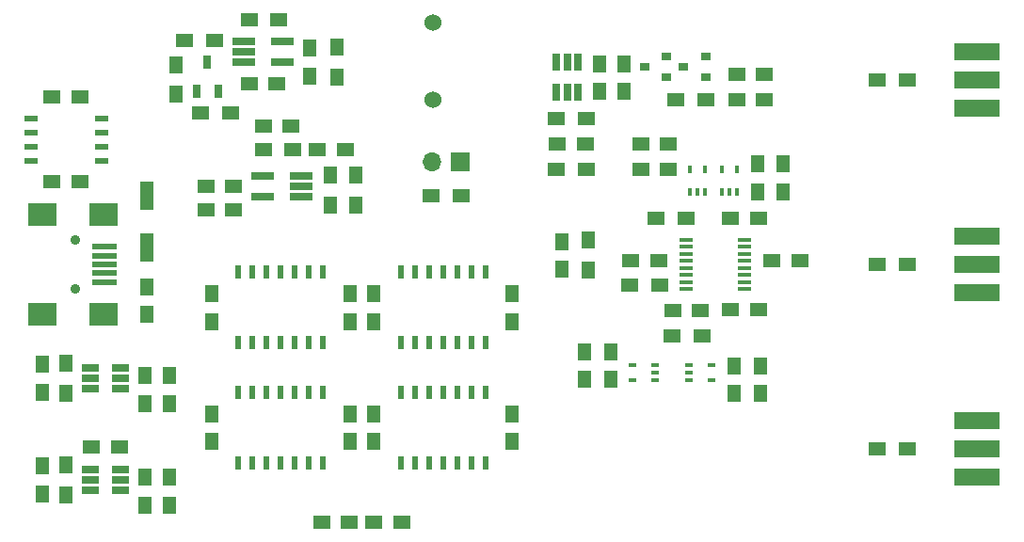
<source format=gts>
%TF.GenerationSoftware,KiCad,Pcbnew,4.0.7*%
%TF.CreationDate,2018-02-12T14:59:05-05:00*%
%TF.ProjectId,BusinessCard,427573696E657373436172642E6B6963,rev?*%
%TF.FileFunction,Soldermask,Top*%
%FSLAX46Y46*%
G04 Gerber Fmt 4.6, Leading zero omitted, Abs format (unit mm)*
G04 Created by KiCad (PCBNEW 4.0.7) date Monday, February 12, 2018 'PMt' 02:59:05 PM*
%MOMM*%
%LPD*%
G01*
G04 APERTURE LIST*
%ADD10C,0.100000*%
%ADD11R,2.301240X0.500380*%
%ADD12R,2.499360X1.998980*%
%ADD13C,0.899160*%
%ADD14R,1.250000X1.500000*%
%ADD15R,1.500000X1.250000*%
%ADD16R,0.650000X1.220000*%
%ADD17R,1.700000X1.700000*%
%ADD18O,1.700000X1.700000*%
%ADD19R,4.064000X1.524000*%
%ADD20R,1.198880X2.598420*%
%ADD21R,1.198880X2.600960*%
%ADD22C,1.524000*%
%ADD23R,0.900000X0.800000*%
%ADD24R,1.300000X1.500000*%
%ADD25R,1.500000X1.300000*%
%ADD26R,1.143000X0.508000*%
%ADD27R,2.000000X0.650000*%
%ADD28R,0.650000X1.560000*%
%ADD29R,1.200000X0.400000*%
%ADD30R,0.406400X0.660400*%
%ADD31R,0.660400X0.406400*%
%ADD32R,1.560000X0.650000*%
%ADD33R,0.508000X1.143000*%
G04 APERTURE END LIST*
D10*
D11*
X113299320Y-95099800D03*
X113299320Y-95899900D03*
X113299320Y-96700000D03*
X113299320Y-97500100D03*
X113299320Y-98300200D03*
D12*
X113200260Y-92249920D03*
X107701160Y-92249920D03*
X113200260Y-101150080D03*
X107701160Y-101150080D03*
D13*
X110700900Y-94500360D03*
X110700900Y-98899640D03*
D14*
X117094000Y-98699000D03*
X117094000Y-101199000D03*
D15*
X111105000Y-81661000D03*
X108605000Y-81661000D03*
X108605000Y-89281000D03*
X111105000Y-89281000D03*
D14*
X131775200Y-77236000D03*
X131775200Y-79736000D03*
D15*
X124948000Y-91821000D03*
X122448000Y-91821000D03*
D14*
X157861000Y-81133000D03*
X157861000Y-78633000D03*
D15*
X164064000Y-88138000D03*
X161564000Y-88138000D03*
X163175000Y-96393000D03*
X160675000Y-96393000D03*
X164064000Y-85852000D03*
X161564000Y-85852000D03*
D14*
X158877000Y-107041000D03*
X158877000Y-104541000D03*
X169926000Y-105811000D03*
X169926000Y-108311000D03*
X116967000Y-106700000D03*
X116967000Y-109200000D03*
X116967000Y-115844000D03*
X116967000Y-118344000D03*
X135382000Y-99334000D03*
X135382000Y-101834000D03*
X135382000Y-112629000D03*
X135382000Y-110129000D03*
X137541000Y-110129000D03*
X137541000Y-112629000D03*
X137541000Y-99334000D03*
X137541000Y-101834000D03*
D15*
X132862000Y-119888000D03*
X135362000Y-119888000D03*
X114661000Y-113157000D03*
X112161000Y-113157000D03*
X128834200Y-80467200D03*
X126334200Y-80467200D03*
X122448000Y-89662000D03*
X124948000Y-89662000D03*
D14*
X160020000Y-81133000D03*
X160020000Y-78633000D03*
X174371000Y-87650000D03*
X174371000Y-90150000D03*
D15*
X175875000Y-96393000D03*
X173375000Y-96393000D03*
D14*
X172085000Y-87650000D03*
X172085000Y-90150000D03*
X119126000Y-109200000D03*
X119126000Y-106700000D03*
X172339000Y-108311000D03*
X172339000Y-105811000D03*
X156464000Y-104541000D03*
X156464000Y-107041000D03*
X119126000Y-118344000D03*
X119126000Y-115844000D03*
X122936000Y-101834000D03*
X122936000Y-99334000D03*
X122936000Y-112629000D03*
X122936000Y-110129000D03*
X149987000Y-110129000D03*
X149987000Y-112629000D03*
X149987000Y-99334000D03*
X149987000Y-101834000D03*
D15*
X137561000Y-119888000D03*
X140061000Y-119888000D03*
X132481000Y-86360000D03*
X134981000Y-86360000D03*
X127578800Y-84226400D03*
X130078800Y-84226400D03*
D14*
X107696000Y-114828000D03*
X107696000Y-117328000D03*
X107696000Y-105684000D03*
X107696000Y-108184000D03*
D15*
X169628500Y-92583000D03*
X172128500Y-92583000D03*
X156571000Y-85852000D03*
X154071000Y-85852000D03*
X169628500Y-100787200D03*
X172128500Y-100787200D03*
D14*
X154432000Y-94635000D03*
X154432000Y-97135000D03*
D15*
X166934200Y-100812600D03*
X164434200Y-100812600D03*
D16*
X121630400Y-81116800D03*
X123530400Y-81116800D03*
X122580400Y-78496800D03*
D17*
X145288000Y-87503000D03*
D18*
X142748000Y-87503000D03*
D19*
X191820800Y-80111600D03*
X191820800Y-82651600D03*
X191820800Y-77571600D03*
X191795400Y-96697800D03*
X191795400Y-99237800D03*
X191795400Y-94157800D03*
X191795400Y-113309400D03*
X191795400Y-115849400D03*
X191795400Y-110769400D03*
D20*
X117094000Y-95138240D03*
D21*
X117094000Y-90535760D03*
D22*
X142824200Y-74909800D03*
X142824200Y-81909800D03*
D23*
X163890200Y-79867800D03*
X163890200Y-77967800D03*
X161890200Y-78917800D03*
X167420800Y-79867800D03*
X167420800Y-77967800D03*
X165420800Y-78917800D03*
D24*
X133604000Y-91393000D03*
X133604000Y-88693000D03*
X135890000Y-88693000D03*
X135890000Y-91393000D03*
D25*
X120519200Y-76555600D03*
X123219200Y-76555600D03*
X130280400Y-86360000D03*
X127580400Y-86360000D03*
X126310400Y-74726800D03*
X129010400Y-74726800D03*
X124641600Y-83058000D03*
X121941600Y-83058000D03*
D24*
X119786400Y-81410800D03*
X119786400Y-78710800D03*
X134213600Y-77136000D03*
X134213600Y-79836000D03*
D25*
X142668000Y-90551000D03*
X145368000Y-90551000D03*
X167440600Y-81915000D03*
X164740600Y-81915000D03*
D24*
X109855000Y-117428000D03*
X109855000Y-114728000D03*
X109855000Y-105584000D03*
X109855000Y-108284000D03*
D25*
X182825400Y-80111600D03*
X185525400Y-80111600D03*
X182825400Y-96697800D03*
X185525400Y-96697800D03*
X182825400Y-113309400D03*
X185525400Y-113309400D03*
X153971000Y-83566000D03*
X156671000Y-83566000D03*
X162962600Y-92583000D03*
X165662600Y-92583000D03*
X163275000Y-98552000D03*
X160575000Y-98552000D03*
X156671000Y-88138000D03*
X153971000Y-88138000D03*
D24*
X156845000Y-94535000D03*
X156845000Y-97235000D03*
D25*
X164359600Y-103124000D03*
X167059600Y-103124000D03*
D26*
X106680000Y-87376000D03*
X106680000Y-86106000D03*
X106680000Y-84836000D03*
X106680000Y-83566000D03*
X113030000Y-83566000D03*
X113030000Y-84836000D03*
X113030000Y-86106000D03*
X113030000Y-87376000D03*
D27*
X125874200Y-76596200D03*
X125874200Y-77546200D03*
X125874200Y-78496200D03*
X129294200Y-78496200D03*
X129294200Y-76596200D03*
X130996000Y-90612000D03*
X130996000Y-89662000D03*
X130996000Y-88712000D03*
X127576000Y-88712000D03*
X127576000Y-90612000D03*
D28*
X155890000Y-78533000D03*
X154940000Y-78533000D03*
X153990000Y-78533000D03*
X153990000Y-81233000D03*
X155890000Y-81233000D03*
X154940000Y-81233000D03*
D29*
X165675000Y-94475300D03*
X165675000Y-95110300D03*
X165675000Y-95745300D03*
X165675000Y-96380300D03*
X165675000Y-97015300D03*
X165675000Y-97650300D03*
X165675000Y-98285300D03*
X165675000Y-98920300D03*
X170875000Y-98920300D03*
X170875000Y-98285300D03*
X170875000Y-97650300D03*
X170875000Y-97015300D03*
X170875000Y-96380300D03*
X170875000Y-95745300D03*
X170875000Y-95110300D03*
X170875000Y-94475300D03*
D30*
X168884600Y-90170000D03*
X170205400Y-90170000D03*
X169545000Y-90170000D03*
X170205400Y-88138000D03*
X168884600Y-88138000D03*
X165989000Y-90195400D03*
X167309800Y-90195400D03*
X166649400Y-90195400D03*
X167309800Y-88163400D03*
X165989000Y-88163400D03*
D31*
X162814000Y-107086400D03*
X162814000Y-105765600D03*
X162814000Y-106426000D03*
X160782000Y-105765600D03*
X160782000Y-107086400D03*
X165862000Y-105765600D03*
X165862000Y-107086400D03*
X165862000Y-106426000D03*
X167894000Y-107086400D03*
X167894000Y-105765600D03*
D32*
X112061000Y-105984000D03*
X112061000Y-106934000D03*
X112061000Y-107884000D03*
X114761000Y-107884000D03*
X114761000Y-105984000D03*
X114761000Y-106934000D03*
X112061000Y-115128000D03*
X112061000Y-116078000D03*
X112061000Y-117028000D03*
X114761000Y-117028000D03*
X114761000Y-115128000D03*
X114761000Y-116078000D03*
D33*
X132969000Y-97409000D03*
X131699000Y-97409000D03*
X130429000Y-97409000D03*
X129159000Y-97409000D03*
X127889000Y-97409000D03*
X126619000Y-97409000D03*
X125349000Y-97409000D03*
X125349000Y-103759000D03*
X126619000Y-103759000D03*
X129159000Y-103759000D03*
X130429000Y-103759000D03*
X131699000Y-103759000D03*
X132969000Y-103759000D03*
X127889000Y-103759000D03*
X132969000Y-108204000D03*
X131699000Y-108204000D03*
X130429000Y-108204000D03*
X129159000Y-108204000D03*
X127889000Y-108204000D03*
X126619000Y-108204000D03*
X125349000Y-108204000D03*
X125349000Y-114554000D03*
X126619000Y-114554000D03*
X129159000Y-114554000D03*
X130429000Y-114554000D03*
X131699000Y-114554000D03*
X132969000Y-114554000D03*
X127889000Y-114554000D03*
X139954000Y-114554000D03*
X141224000Y-114554000D03*
X142494000Y-114554000D03*
X143764000Y-114554000D03*
X145034000Y-114554000D03*
X146304000Y-114554000D03*
X147574000Y-114554000D03*
X147574000Y-108204000D03*
X146304000Y-108204000D03*
X143764000Y-108204000D03*
X142494000Y-108204000D03*
X141224000Y-108204000D03*
X139954000Y-108204000D03*
X145034000Y-108204000D03*
X139954000Y-103759000D03*
X141224000Y-103759000D03*
X142494000Y-103759000D03*
X143764000Y-103759000D03*
X145034000Y-103759000D03*
X146304000Y-103759000D03*
X147574000Y-103759000D03*
X147574000Y-97409000D03*
X146304000Y-97409000D03*
X143764000Y-97409000D03*
X142494000Y-97409000D03*
X141224000Y-97409000D03*
X139954000Y-97409000D03*
X145034000Y-97409000D03*
D15*
X170200000Y-81915000D03*
X172700000Y-81915000D03*
X172700000Y-79629000D03*
X170200000Y-79629000D03*
M02*

</source>
